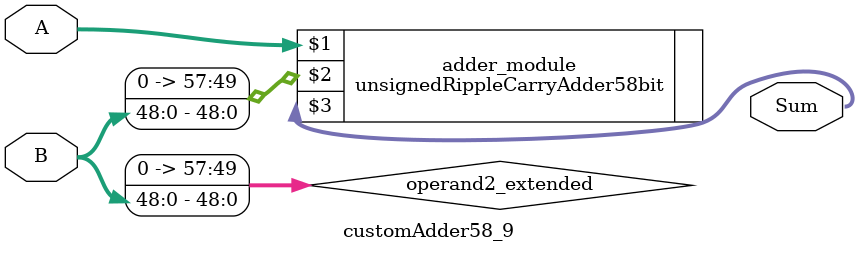
<source format=v>
module customAdder58_9(
                        input [57 : 0] A,
                        input [48 : 0] B,
                        
                        output [58 : 0] Sum
                );

        wire [57 : 0] operand2_extended;
        
        assign operand2_extended =  {9'b0, B};
        
        unsignedRippleCarryAdder58bit adder_module(
            A,
            operand2_extended,
            Sum
        );
        
        endmodule
        
</source>
